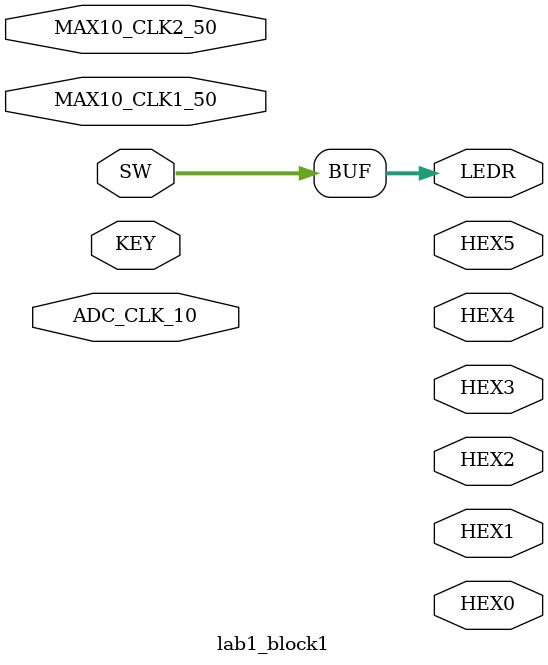
<source format=v>


module lab1_block1(

	//////////// CLOCK //////////
	input 		          		ADC_CLK_10,
	input 		          		MAX10_CLK1_50,
	input 		          		MAX10_CLK2_50,

	//////////// SEG7 //////////
	output		     [7:0]		HEX0,
	output		     [7:0]		HEX1,
	output		     [7:0]		HEX2,
	output		     [7:0]		HEX3,
	output		     [7:0]		HEX4,
	output		     [7:0]		HEX5,

	//////////// KEY //////////
	input 		     [1:0]		KEY,

	//////////// LED //////////
	output		     [9:0]		LEDR,

	//////////// SW //////////
	input 		     [9:0]		SW
);



//=======================================================
//  REG/WIRE declarations
//=======================================================




//=======================================================
//  Structural coding
//=======================================================

assign LEDR[9:0] = SW[9:0];

// hi

endmodule

</source>
